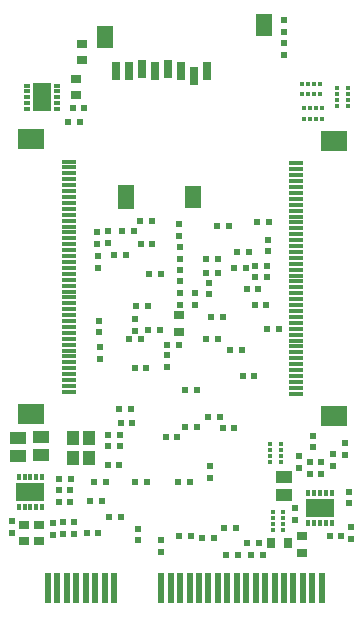
<source format=gbp>
G04 Layer_Color=128*
%FSLAX25Y25*%
%MOIN*%
G70*
G01*
G75*
%ADD12R,0.01969X0.02362*%
%ADD13R,0.02362X0.01969*%
%ADD14R,0.03150X0.03543*%
%ADD15R,0.03543X0.03150*%
%ADD21R,0.01378X0.01378*%
%ADD22R,0.01378X0.01378*%
%ADD25R,0.02362X0.09843*%
%ADD37R,0.02165X0.01378*%
%ADD38R,0.06378X0.09646*%
%ADD39R,0.05512X0.04331*%
%ADD40R,0.05512X0.07480*%
%ADD41R,0.05276X0.07874*%
%ADD42R,0.05510X0.07480*%
%ADD43R,0.03150X0.05906*%
%ADD44R,0.03937X0.04528*%
%ADD45R,0.09646X0.06378*%
%ADD46R,0.01378X0.02165*%
%ADD47R,0.05118X0.01181*%
%ADD48R,0.08661X0.07087*%
D12*
X101600Y-152831D02*
D03*
Y-156769D02*
D03*
X19300Y-172831D02*
D03*
Y-176769D02*
D03*
X31000Y-84332D02*
D03*
Y-88269D02*
D03*
X31300Y-105731D02*
D03*
Y-109669D02*
D03*
X43500Y-109069D02*
D03*
Y-105131D02*
D03*
X44500Y-178969D02*
D03*
Y-175031D02*
D03*
X68200Y-158168D02*
D03*
Y-154232D02*
D03*
X54000Y-121168D02*
D03*
Y-117232D02*
D03*
X58100Y-73431D02*
D03*
Y-77368D02*
D03*
X30800Y-80068D02*
D03*
Y-76131D02*
D03*
X92900Y-17268D02*
D03*
Y-13331D02*
D03*
X113300Y-146632D02*
D03*
Y-150568D02*
D03*
X58200Y-92668D02*
D03*
Y-88731D02*
D03*
X68000Y-93032D02*
D03*
Y-96969D02*
D03*
X63300Y-96631D02*
D03*
Y-100568D02*
D03*
X58200Y-85069D02*
D03*
Y-81132D02*
D03*
X58300Y-100368D02*
D03*
Y-96431D02*
D03*
X15900Y-173331D02*
D03*
Y-177269D02*
D03*
X115300Y-178469D02*
D03*
Y-174531D02*
D03*
X98000Y-154868D02*
D03*
Y-150932D02*
D03*
X96600Y-168231D02*
D03*
Y-172169D02*
D03*
X109400Y-154168D02*
D03*
Y-150232D02*
D03*
X93000Y-5632D02*
D03*
Y-9568D02*
D03*
X52100Y-182768D02*
D03*
Y-178832D02*
D03*
X34300Y-75932D02*
D03*
Y-79869D02*
D03*
X102600Y-147968D02*
D03*
Y-144032D02*
D03*
X31600Y-114532D02*
D03*
Y-118468D02*
D03*
X2200Y-176568D02*
D03*
Y-172632D02*
D03*
X18100Y-162132D02*
D03*
Y-166068D02*
D03*
X105300Y-156769D02*
D03*
Y-152831D02*
D03*
X114700Y-166668D02*
D03*
Y-162732D02*
D03*
X87700Y-78732D02*
D03*
Y-82669D02*
D03*
X21800Y-166068D02*
D03*
Y-162132D02*
D03*
X23100Y-176769D02*
D03*
Y-172831D02*
D03*
D13*
X22532Y-34900D02*
D03*
X26469D02*
D03*
X40369Y-84000D02*
D03*
X36432D02*
D03*
X68831Y-104500D02*
D03*
X72768D02*
D03*
X31168Y-176500D02*
D03*
X27231D02*
D03*
X33669Y-159500D02*
D03*
X29732D02*
D03*
X42469Y-139800D02*
D03*
X38532D02*
D03*
X58131Y-177400D02*
D03*
X62068D02*
D03*
X65832Y-178100D02*
D03*
X69769D02*
D03*
X76468Y-141600D02*
D03*
X72531D02*
D03*
X57468Y-144500D02*
D03*
X53531D02*
D03*
X47269Y-159400D02*
D03*
X43332D02*
D03*
X87432Y-108400D02*
D03*
X91369D02*
D03*
X38032Y-135300D02*
D03*
X41969D02*
D03*
X20932Y-39500D02*
D03*
X24869D02*
D03*
X84768Y-179800D02*
D03*
X80831D02*
D03*
X48968Y-72600D02*
D03*
X45031D02*
D03*
X67132Y-112000D02*
D03*
X71069D02*
D03*
X43231Y-121400D02*
D03*
X47168D02*
D03*
X41431Y-111900D02*
D03*
X45368D02*
D03*
X28332Y-165700D02*
D03*
X32269D02*
D03*
X34431Y-143900D02*
D03*
X38368D02*
D03*
X38168Y-153800D02*
D03*
X34231D02*
D03*
X48131Y-90200D02*
D03*
X52069D02*
D03*
X67032Y-85100D02*
D03*
X70969D02*
D03*
Y-90000D02*
D03*
X67032D02*
D03*
X80269Y-88300D02*
D03*
X76332D02*
D03*
X39031Y-76000D02*
D03*
X42968D02*
D03*
X59931Y-128900D02*
D03*
X63868D02*
D03*
X70631Y-74200D02*
D03*
X74568D02*
D03*
X77069Y-174800D02*
D03*
X73132D02*
D03*
X71768Y-138000D02*
D03*
X67831D02*
D03*
X79232Y-124100D02*
D03*
X83169D02*
D03*
X60031Y-141300D02*
D03*
X63968D02*
D03*
X57631Y-159400D02*
D03*
X61568D02*
D03*
X75032Y-115400D02*
D03*
X78969D02*
D03*
X43731Y-101000D02*
D03*
X47668D02*
D03*
X38368Y-147500D02*
D03*
X34431D02*
D03*
X57968Y-113700D02*
D03*
X54031D02*
D03*
X47631Y-109000D02*
D03*
X51569D02*
D03*
X49169Y-80100D02*
D03*
X45232D02*
D03*
X82032Y-184000D02*
D03*
X85969D02*
D03*
X77768D02*
D03*
X73831D02*
D03*
X34631Y-171100D02*
D03*
X38568D02*
D03*
X21969Y-158400D02*
D03*
X18032D02*
D03*
X83232Y-100400D02*
D03*
X87169D02*
D03*
X87300Y-91200D02*
D03*
X83363D02*
D03*
X80563Y-95300D02*
D03*
X84500D02*
D03*
X83332Y-87400D02*
D03*
X87269D02*
D03*
X87868Y-72800D02*
D03*
X83931D02*
D03*
X81269Y-83000D02*
D03*
X77332D02*
D03*
X112169Y-177400D02*
D03*
X108231D02*
D03*
D14*
X88744Y-179800D02*
D03*
X94256D02*
D03*
D15*
X23600Y-25144D02*
D03*
Y-30656D02*
D03*
X25700Y-18956D02*
D03*
Y-13444D02*
D03*
X58100Y-109356D02*
D03*
Y-103844D02*
D03*
X6300Y-179256D02*
D03*
Y-173744D02*
D03*
X11400D02*
D03*
Y-179256D02*
D03*
X99100Y-183156D02*
D03*
Y-177644D02*
D03*
D21*
X99047Y-26728D02*
D03*
X101016D02*
D03*
X102984D02*
D03*
X104953D02*
D03*
X99047Y-30272D02*
D03*
X101016D02*
D03*
X102984D02*
D03*
X104953D02*
D03*
X105553Y-38472D02*
D03*
X103584D02*
D03*
X101616D02*
D03*
X99647D02*
D03*
X105553Y-34928D02*
D03*
X103584D02*
D03*
X101616D02*
D03*
X99647D02*
D03*
D22*
X114372Y-28147D02*
D03*
Y-30116D02*
D03*
Y-32084D02*
D03*
Y-34053D02*
D03*
X110828Y-28147D02*
D03*
Y-30116D02*
D03*
Y-32084D02*
D03*
Y-34053D02*
D03*
X91972Y-146847D02*
D03*
Y-148816D02*
D03*
Y-150784D02*
D03*
Y-152753D02*
D03*
X88428Y-146847D02*
D03*
Y-148816D02*
D03*
Y-150784D02*
D03*
Y-152753D02*
D03*
X89228Y-175353D02*
D03*
Y-173384D02*
D03*
Y-171416D02*
D03*
Y-169447D02*
D03*
X92772Y-175353D02*
D03*
Y-173384D02*
D03*
Y-171416D02*
D03*
Y-169447D02*
D03*
D25*
X14277Y-194694D02*
D03*
X17426D02*
D03*
X20576D02*
D03*
X23726D02*
D03*
X26875D02*
D03*
X30025D02*
D03*
X33174D02*
D03*
X36324D02*
D03*
X52072D02*
D03*
X55222D02*
D03*
X58371D02*
D03*
X61521D02*
D03*
X64670D02*
D03*
X67820D02*
D03*
X70970D02*
D03*
X74119D02*
D03*
X77269D02*
D03*
X80418D02*
D03*
X83568D02*
D03*
X86718D02*
D03*
X89867D02*
D03*
X93017D02*
D03*
X96166D02*
D03*
X99316D02*
D03*
X102466D02*
D03*
X105615D02*
D03*
D37*
X17459Y-27363D02*
D03*
Y-29331D02*
D03*
Y-31300D02*
D03*
Y-33268D02*
D03*
Y-35237D02*
D03*
X7341Y-27363D02*
D03*
Y-29331D02*
D03*
Y-31300D02*
D03*
Y-33268D02*
D03*
Y-35237D02*
D03*
D38*
X12400Y-31300D02*
D03*
D39*
X4400Y-150753D02*
D03*
Y-144847D02*
D03*
X93000Y-157847D02*
D03*
Y-163753D02*
D03*
X11900Y-150553D02*
D03*
Y-144647D02*
D03*
D40*
X62610Y-64600D02*
D03*
X86210Y-7330D02*
D03*
D41*
X40170Y-64600D02*
D03*
D42*
X33460Y-11220D02*
D03*
D43*
X58650Y-22600D02*
D03*
X62980Y-24167D02*
D03*
X67310Y-22600D02*
D03*
X54320Y-21810D02*
D03*
X49990Y-22600D02*
D03*
X45660Y-21810D02*
D03*
X41330Y-22600D02*
D03*
X37000D02*
D03*
D44*
X28058Y-144954D02*
D03*
X22742D02*
D03*
X28058Y-151646D02*
D03*
X22742D02*
D03*
D45*
X8500Y-162900D02*
D03*
X104900Y-168100D02*
D03*
D46*
X12437Y-167959D02*
D03*
X10469D02*
D03*
X8500D02*
D03*
X6532D02*
D03*
X4563D02*
D03*
X12437Y-157841D02*
D03*
X10469D02*
D03*
X8500D02*
D03*
X6532D02*
D03*
X4563D02*
D03*
X108837Y-173159D02*
D03*
X106869D02*
D03*
X104900D02*
D03*
X102931D02*
D03*
X100963D02*
D03*
X108837Y-163041D02*
D03*
X106869D02*
D03*
X104900D02*
D03*
X102931D02*
D03*
X100963D02*
D03*
D47*
X21398Y-129486D02*
D03*
Y-127517D02*
D03*
Y-125549D02*
D03*
Y-123580D02*
D03*
Y-121612D02*
D03*
Y-119643D02*
D03*
Y-117675D02*
D03*
Y-115706D02*
D03*
Y-113738D02*
D03*
Y-111769D02*
D03*
Y-109801D02*
D03*
Y-107832D02*
D03*
Y-105864D02*
D03*
Y-103895D02*
D03*
Y-101927D02*
D03*
Y-99958D02*
D03*
Y-97990D02*
D03*
Y-96021D02*
D03*
Y-94053D02*
D03*
Y-92084D02*
D03*
Y-90116D02*
D03*
Y-88147D02*
D03*
Y-86179D02*
D03*
Y-84210D02*
D03*
Y-82242D02*
D03*
Y-80273D02*
D03*
Y-78305D02*
D03*
Y-76336D02*
D03*
Y-74368D02*
D03*
Y-72399D02*
D03*
Y-70431D02*
D03*
Y-68462D02*
D03*
Y-66494D02*
D03*
Y-64525D02*
D03*
Y-62557D02*
D03*
Y-60588D02*
D03*
Y-58620D02*
D03*
Y-56651D02*
D03*
Y-54683D02*
D03*
Y-52714D02*
D03*
X96902Y-130086D02*
D03*
Y-128117D02*
D03*
Y-126149D02*
D03*
Y-124180D02*
D03*
Y-122212D02*
D03*
Y-120243D02*
D03*
Y-118275D02*
D03*
Y-116306D02*
D03*
Y-114338D02*
D03*
Y-112369D02*
D03*
Y-110401D02*
D03*
Y-108432D02*
D03*
Y-106464D02*
D03*
Y-104495D02*
D03*
Y-102527D02*
D03*
Y-100558D02*
D03*
Y-98590D02*
D03*
Y-96621D02*
D03*
Y-94653D02*
D03*
Y-92684D02*
D03*
Y-90716D02*
D03*
Y-88747D02*
D03*
Y-86779D02*
D03*
Y-84810D02*
D03*
Y-82842D02*
D03*
Y-80873D02*
D03*
Y-78905D02*
D03*
Y-76936D02*
D03*
Y-74968D02*
D03*
Y-72999D02*
D03*
Y-71031D02*
D03*
Y-69062D02*
D03*
Y-67094D02*
D03*
Y-65125D02*
D03*
Y-63157D02*
D03*
Y-61188D02*
D03*
Y-59220D02*
D03*
Y-57251D02*
D03*
Y-55283D02*
D03*
Y-53314D02*
D03*
D48*
X8602Y-45234D02*
D03*
Y-136966D02*
D03*
X109698Y-45834D02*
D03*
Y-137566D02*
D03*
M02*

</source>
